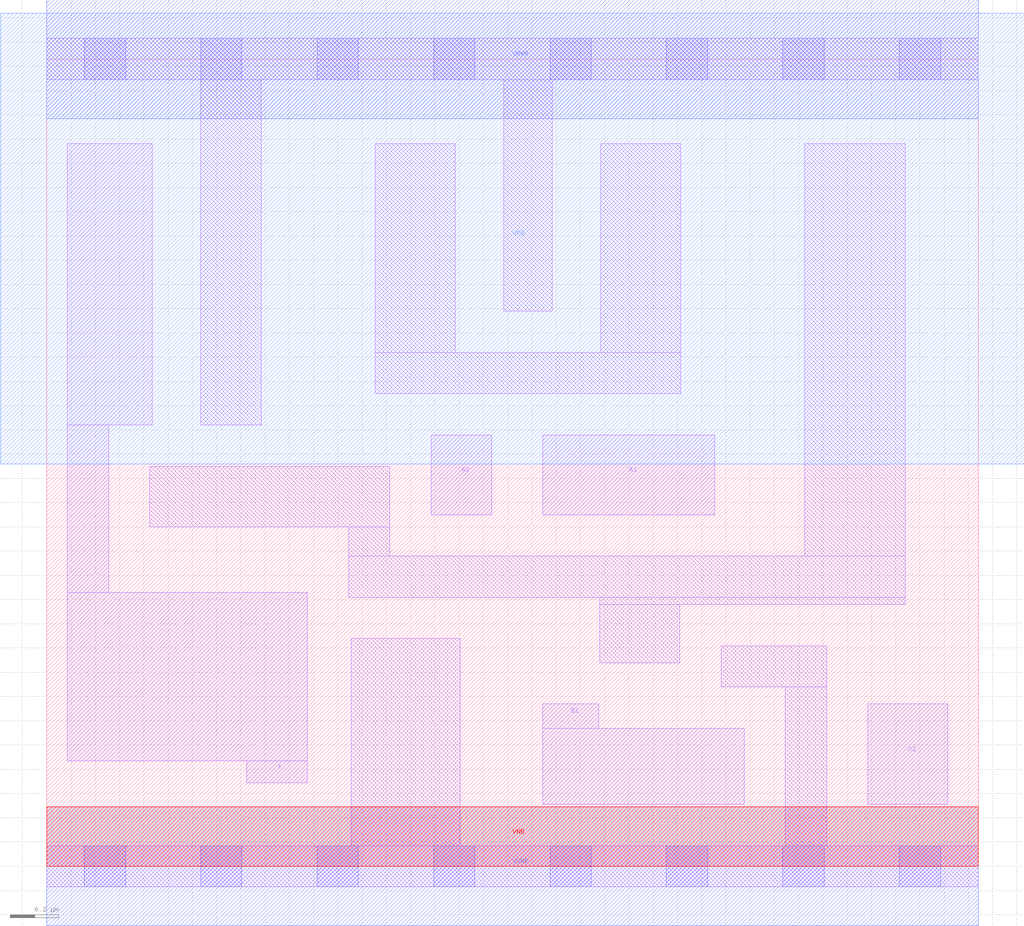
<source format=lef>
# Copyright 2020 The SkyWater PDK Authors
#
# Licensed under the Apache License, Version 2.0 (the "License");
# you may not use this file except in compliance with the License.
# You may obtain a copy of the License at
#
#     https://www.apache.org/licenses/LICENSE-2.0
#
# Unless required by applicable law or agreed to in writing, software
# distributed under the License is distributed on an "AS IS" BASIS,
# WITHOUT WARRANTIES OR CONDITIONS OF ANY KIND, either express or implied.
# See the License for the specific language governing permissions and
# limitations under the License.
#
# SPDX-License-Identifier: Apache-2.0

VERSION 5.7 ;
  NOWIREEXTENSIONATPIN ON ;
  DIVIDERCHAR "/" ;
  BUSBITCHARS "[]" ;
MACRO sky130_fd_sc_ms__a211o_1
  CLASS CORE ;
  FOREIGN sky130_fd_sc_ms__a211o_1 ;
  ORIGIN  0.000000  0.000000 ;
  SIZE  3.840000 BY  3.330000 ;
  SYMMETRY X Y ;
  SITE unit ;
  PIN A1
    ANTENNAGATEAREA  0.276000 ;
    DIRECTION INPUT ;
    USE SIGNAL ;
    PORT
      LAYER li1 ;
        RECT 2.045000 1.450000 2.755000 1.780000 ;
    END
  END A1
  PIN A2
    ANTENNAGATEAREA  0.276000 ;
    DIRECTION INPUT ;
    USE SIGNAL ;
    PORT
      LAYER li1 ;
        RECT 1.585000 1.450000 1.835000 1.780000 ;
    END
  END A2
  PIN B1
    ANTENNAGATEAREA  0.276000 ;
    DIRECTION INPUT ;
    USE SIGNAL ;
    PORT
      LAYER li1 ;
        RECT 2.045000 0.255000 2.875000 0.570000 ;
        RECT 2.045000 0.570000 2.275000 0.670000 ;
    END
  END B1
  PIN C1
    ANTENNAGATEAREA  0.276000 ;
    DIRECTION INPUT ;
    USE SIGNAL ;
    PORT
      LAYER li1 ;
        RECT 3.385000 0.255000 3.715000 0.670000 ;
    END
  END C1
  PIN X
    ANTENNADIFFAREA  0.487300 ;
    DIRECTION OUTPUT ;
    USE SIGNAL ;
    PORT
      LAYER li1 ;
        RECT 0.085000 0.435000 1.075000 1.130000 ;
        RECT 0.085000 1.130000 0.255000 1.820000 ;
        RECT 0.085000 1.820000 0.435000 2.980000 ;
        RECT 0.825000 0.345000 1.075000 0.435000 ;
    END
  END X
  PIN VGND
    DIRECTION INOUT ;
    USE GROUND ;
    PORT
      LAYER met1 ;
        RECT 0.000000 -0.245000 3.840000 0.245000 ;
    END
  END VGND
  PIN VNB
    DIRECTION INOUT ;
    USE GROUND ;
    PORT
      LAYER pwell ;
        RECT 0.000000 0.000000 3.840000 0.245000 ;
    END
  END VNB
  PIN VPB
    DIRECTION INOUT ;
    USE POWER ;
    PORT
      LAYER nwell ;
        RECT -0.190000 1.660000 4.030000 3.520000 ;
    END
  END VPB
  PIN VPWR
    DIRECTION INOUT ;
    USE POWER ;
    PORT
      LAYER met1 ;
        RECT 0.000000 3.085000 3.840000 3.575000 ;
    END
  END VPWR
  OBS
    LAYER li1 ;
      RECT 0.000000 -0.085000 3.840000 0.085000 ;
      RECT 0.000000  3.245000 3.840000 3.415000 ;
      RECT 0.425000  1.400000 1.415000 1.650000 ;
      RECT 0.635000  1.820000 0.885000 3.245000 ;
      RECT 1.245000  1.110000 3.540000 1.280000 ;
      RECT 1.245000  1.280000 1.415000 1.400000 ;
      RECT 1.255000  0.085000 1.705000 0.940000 ;
      RECT 1.355000  1.950000 2.615000 2.120000 ;
      RECT 1.355000  2.120000 1.685000 2.980000 ;
      RECT 1.885000  2.290000 2.085000 3.245000 ;
      RECT 2.280000  0.840000 2.610000 1.080000 ;
      RECT 2.280000  1.080000 3.540000 1.110000 ;
      RECT 2.285000  2.120000 2.615000 2.980000 ;
      RECT 2.780000  0.740000 3.215000 0.910000 ;
      RECT 3.045000  0.085000 3.215000 0.740000 ;
      RECT 3.125000  1.280000 3.540000 2.980000 ;
    LAYER mcon ;
      RECT 0.155000 -0.085000 0.325000 0.085000 ;
      RECT 0.155000  3.245000 0.325000 3.415000 ;
      RECT 0.635000 -0.085000 0.805000 0.085000 ;
      RECT 0.635000  3.245000 0.805000 3.415000 ;
      RECT 1.115000 -0.085000 1.285000 0.085000 ;
      RECT 1.115000  3.245000 1.285000 3.415000 ;
      RECT 1.595000 -0.085000 1.765000 0.085000 ;
      RECT 1.595000  3.245000 1.765000 3.415000 ;
      RECT 2.075000 -0.085000 2.245000 0.085000 ;
      RECT 2.075000  3.245000 2.245000 3.415000 ;
      RECT 2.555000 -0.085000 2.725000 0.085000 ;
      RECT 2.555000  3.245000 2.725000 3.415000 ;
      RECT 3.035000 -0.085000 3.205000 0.085000 ;
      RECT 3.035000  3.245000 3.205000 3.415000 ;
      RECT 3.515000 -0.085000 3.685000 0.085000 ;
      RECT 3.515000  3.245000 3.685000 3.415000 ;
  END
END sky130_fd_sc_ms__a211o_1
END LIBRARY

</source>
